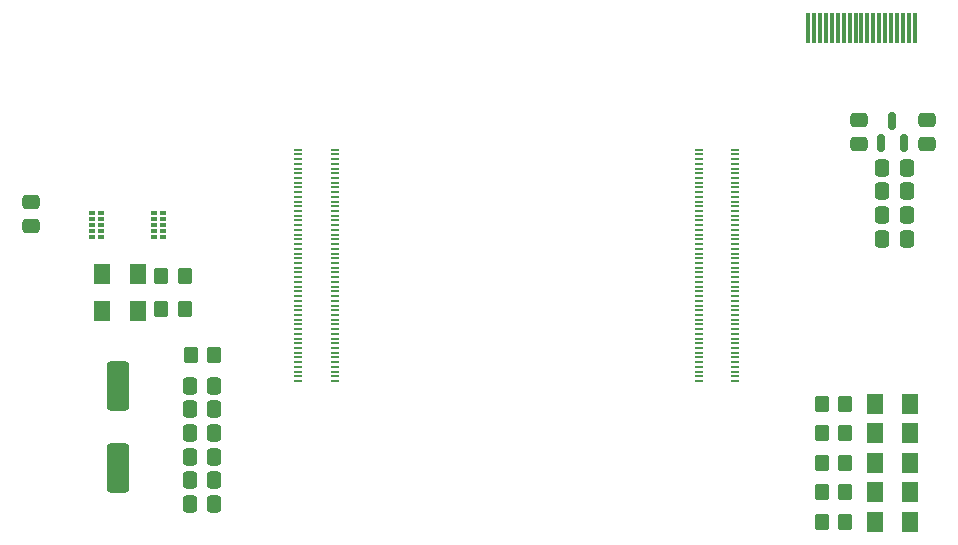
<source format=gbr>
%TF.GenerationSoftware,KiCad,Pcbnew,8.0.1*%
%TF.CreationDate,2024-06-09T20:13:55+02:00*%
%TF.ProjectId,daqIONA_CTRL,64617149-4f4e-4415-9f43-54524c2e6b69,rev?*%
%TF.SameCoordinates,Original*%
%TF.FileFunction,Paste,Top*%
%TF.FilePolarity,Positive*%
%FSLAX46Y46*%
G04 Gerber Fmt 4.6, Leading zero omitted, Abs format (unit mm)*
G04 Created by KiCad (PCBNEW 8.0.1) date 2024-06-09 20:13:55*
%MOMM*%
%LPD*%
G01*
G04 APERTURE LIST*
G04 Aperture macros list*
%AMRoundRect*
0 Rectangle with rounded corners*
0 $1 Rounding radius*
0 $2 $3 $4 $5 $6 $7 $8 $9 X,Y pos of 4 corners*
0 Add a 4 corners polygon primitive as box body*
4,1,4,$2,$3,$4,$5,$6,$7,$8,$9,$2,$3,0*
0 Add four circle primitives for the rounded corners*
1,1,$1+$1,$2,$3*
1,1,$1+$1,$4,$5*
1,1,$1+$1,$6,$7*
1,1,$1+$1,$8,$9*
0 Add four rect primitives between the rounded corners*
20,1,$1+$1,$2,$3,$4,$5,0*
20,1,$1+$1,$4,$5,$6,$7,0*
20,1,$1+$1,$6,$7,$8,$9,0*
20,1,$1+$1,$8,$9,$2,$3,0*%
G04 Aperture macros list end*
%ADD10RoundRect,0.250000X0.350000X0.450000X-0.350000X0.450000X-0.350000X-0.450000X0.350000X-0.450000X0*%
%ADD11RoundRect,0.250000X-0.475000X0.337500X-0.475000X-0.337500X0.475000X-0.337500X0.475000X0.337500X0*%
%ADD12RoundRect,0.250000X0.337500X0.475000X-0.337500X0.475000X-0.337500X-0.475000X0.337500X-0.475000X0*%
%ADD13RoundRect,0.075000X-0.200000X0.075000X-0.200000X-0.075000X0.200000X-0.075000X0.200000X0.075000X0*%
%ADD14RoundRect,0.250001X-0.462499X-0.624999X0.462499X-0.624999X0.462499X0.624999X-0.462499X0.624999X0*%
%ADD15R,0.700000X0.200000*%
%ADD16RoundRect,0.250000X0.475000X-0.337500X0.475000X0.337500X-0.475000X0.337500X-0.475000X-0.337500X0*%
%ADD17RoundRect,0.250000X0.700000X-1.825000X0.700000X1.825000X-0.700000X1.825000X-0.700000X-1.825000X0*%
%ADD18RoundRect,0.250000X-0.337500X-0.475000X0.337500X-0.475000X0.337500X0.475000X-0.337500X0.475000X0*%
%ADD19RoundRect,0.150000X0.150000X-0.587500X0.150000X0.587500X-0.150000X0.587500X-0.150000X-0.587500X0*%
%ADD20R,0.300000X2.600000*%
G04 APERTURE END LIST*
D10*
%TO.C,R83*%
X114260000Y-113250000D03*
X112260000Y-113250000D03*
%TD*%
D11*
%TO.C,C78*%
X101260000Y-106960000D03*
X101260000Y-109035000D03*
%TD*%
D12*
%TO.C,C77*%
X116760000Y-122560000D03*
X114685000Y-122560000D03*
%TD*%
D13*
%TO.C,U15*%
X111670000Y-107940000D03*
X111670000Y-108440000D03*
X111670000Y-108940000D03*
X111670000Y-109440000D03*
X111670000Y-109940000D03*
X112440000Y-109940000D03*
X112440000Y-109440000D03*
X112440000Y-108940000D03*
X112440000Y-108440000D03*
X112440000Y-107940000D03*
%TD*%
D10*
%TO.C,R80*%
X170160000Y-126560000D03*
X168160000Y-126560000D03*
%TD*%
D14*
%TO.C,D18*%
X107272500Y-113060000D03*
X110247500Y-113060000D03*
%TD*%
%TO.C,D16*%
X172672500Y-126560000D03*
X175647500Y-126560000D03*
%TD*%
D10*
%TO.C,R78*%
X170160000Y-131560000D03*
X168160000Y-131560000D03*
%TD*%
D12*
%TO.C,C71*%
X116760000Y-130560000D03*
X114685000Y-130560000D03*
%TD*%
D10*
%TO.C,R77*%
X170160000Y-134060000D03*
X168160000Y-134060000D03*
%TD*%
%TO.C,R84*%
X114260000Y-116050000D03*
X112260000Y-116050000D03*
%TD*%
%TO.C,R81*%
X170160000Y-129060000D03*
X168160000Y-129060000D03*
%TD*%
D12*
%TO.C,C76*%
X116760000Y-124560000D03*
X114685000Y-124560000D03*
%TD*%
D10*
%TO.C,R79*%
X170160000Y-124060000D03*
X168160000Y-124060000D03*
%TD*%
D15*
%TO.C,U17*%
X123860000Y-102560000D03*
X126940000Y-102560000D03*
X123860000Y-102960000D03*
X126940000Y-102960000D03*
X123860000Y-103360000D03*
X126940000Y-103360000D03*
X123860000Y-103760000D03*
X126940000Y-103760000D03*
X123860000Y-104160000D03*
X126940000Y-104160000D03*
X123860000Y-104560000D03*
X126940000Y-104560000D03*
X123860000Y-104960000D03*
X126940000Y-104960000D03*
X123860000Y-105360000D03*
X126940000Y-105360000D03*
X123860000Y-105760000D03*
X126940000Y-105760000D03*
X123860000Y-106160000D03*
X126940000Y-106160000D03*
X123860000Y-106560000D03*
X126940000Y-106560000D03*
X123860000Y-106960000D03*
X126940000Y-106960000D03*
X123860000Y-107360000D03*
X126940000Y-107360000D03*
X123860000Y-107760000D03*
X126940000Y-107760000D03*
X123860000Y-108160000D03*
X126940000Y-108160000D03*
X123860000Y-108560000D03*
X126940000Y-108560000D03*
X123860000Y-108960000D03*
X126940000Y-108960000D03*
X123860000Y-109360000D03*
X126940000Y-109360000D03*
X123860000Y-109760000D03*
X126940000Y-109760000D03*
X123860000Y-110160000D03*
X126940000Y-110160000D03*
X123860000Y-110560000D03*
X126940000Y-110560000D03*
X123860000Y-110960000D03*
X126940000Y-110960000D03*
X123860000Y-111360000D03*
X126940000Y-111360000D03*
X123860000Y-111760000D03*
X126940000Y-111760000D03*
X123860000Y-112160000D03*
X126940000Y-112160000D03*
X123860000Y-112560000D03*
X126940000Y-112560000D03*
X123860000Y-112960000D03*
X126940000Y-112960000D03*
X123860000Y-113360000D03*
X126940000Y-113360000D03*
X123860000Y-113760000D03*
X126940000Y-113760000D03*
X123860000Y-114160000D03*
X126940000Y-114160000D03*
X123860000Y-114560000D03*
X126940000Y-114560000D03*
X123860000Y-114960000D03*
X126940000Y-114960000D03*
X123860000Y-115360000D03*
X126940000Y-115360000D03*
X123860000Y-115760000D03*
X126940000Y-115760000D03*
X123860000Y-116160000D03*
X126940000Y-116160000D03*
X123860000Y-116560000D03*
X126940000Y-116560000D03*
X123860000Y-116960000D03*
X126940000Y-116960000D03*
X123860000Y-117360000D03*
X126940000Y-117360000D03*
X123860000Y-117760000D03*
X126940000Y-117760000D03*
X123860000Y-118160000D03*
X126940000Y-118160000D03*
X123860000Y-118560000D03*
X126940000Y-118560000D03*
X123860000Y-118960000D03*
X126940000Y-118960000D03*
X123860000Y-119360000D03*
X126940000Y-119360000D03*
X123860000Y-119760000D03*
X126940000Y-119760000D03*
X123860000Y-120160000D03*
X126940000Y-120160000D03*
X123860000Y-120560000D03*
X126940000Y-120560000D03*
X123860000Y-120960000D03*
X126940000Y-120960000D03*
X123860000Y-121360000D03*
X126940000Y-121360000D03*
X123860000Y-121760000D03*
X126940000Y-121760000D03*
X123860000Y-122160000D03*
X126940000Y-122160000D03*
X157780000Y-102560000D03*
X160860000Y-102560000D03*
X157780000Y-102960000D03*
X160860000Y-102960000D03*
X157780000Y-103360000D03*
X160860000Y-103360000D03*
X157780000Y-103760000D03*
X160860000Y-103760000D03*
X157780000Y-104160000D03*
X160860000Y-104160000D03*
X157780000Y-104560000D03*
X160860000Y-104560000D03*
X157780000Y-104960000D03*
X160860000Y-104960000D03*
X157780000Y-105360000D03*
X160860000Y-105360000D03*
X157780000Y-105760000D03*
X160860000Y-105760000D03*
X157780000Y-106160000D03*
X160860000Y-106160000D03*
X157780000Y-106560000D03*
X160860000Y-106560000D03*
X157780000Y-106960000D03*
X160860000Y-106960000D03*
X157780000Y-107360000D03*
X160860000Y-107360000D03*
X157780000Y-107760000D03*
X160860000Y-107760000D03*
X157780000Y-108160000D03*
X160860000Y-108160000D03*
X157780000Y-108560000D03*
X160860000Y-108560000D03*
X157780000Y-108960000D03*
X160860000Y-108960000D03*
X157780000Y-109360000D03*
X160860000Y-109360000D03*
X157780000Y-109760000D03*
X160860000Y-109760000D03*
X157780000Y-110160000D03*
X160860000Y-110160000D03*
X157780000Y-110560000D03*
X160860000Y-110560000D03*
X157780000Y-110960000D03*
X160860000Y-110960000D03*
X157780000Y-111360000D03*
X160860000Y-111360000D03*
X157780000Y-111760000D03*
X160860000Y-111760000D03*
X157780000Y-112160000D03*
X160860000Y-112160000D03*
X157780000Y-112560000D03*
X160860000Y-112560000D03*
X157780000Y-112960000D03*
X160860000Y-112960000D03*
X157780000Y-113360000D03*
X160860000Y-113360000D03*
X157780000Y-113760000D03*
X160860000Y-113760000D03*
X157780000Y-114160000D03*
X160860000Y-114160000D03*
X157780000Y-114560000D03*
X160860000Y-114560000D03*
X157780000Y-114960000D03*
X160860000Y-114960000D03*
X157780000Y-115360000D03*
X160860000Y-115360000D03*
X157780000Y-115760000D03*
X160860000Y-115760000D03*
X157780000Y-116160000D03*
X160860000Y-116160000D03*
X157780000Y-116560000D03*
X160860000Y-116560000D03*
X157780000Y-116960000D03*
X160860000Y-116960000D03*
X157780000Y-117360000D03*
X160860000Y-117360000D03*
X157780000Y-117760000D03*
X160860000Y-117760000D03*
X157780000Y-118160000D03*
X160860000Y-118160000D03*
X157780000Y-118560000D03*
X160860000Y-118560000D03*
X157780000Y-118960000D03*
X160860000Y-118960000D03*
X157780000Y-119360000D03*
X160860000Y-119360000D03*
X157780000Y-119760000D03*
X160860000Y-119760000D03*
X157780000Y-120160000D03*
X160860000Y-120160000D03*
X157780000Y-120560000D03*
X160860000Y-120560000D03*
X157780000Y-120960000D03*
X160860000Y-120960000D03*
X157780000Y-121360000D03*
X160860000Y-121360000D03*
X157780000Y-121760000D03*
X160860000Y-121760000D03*
X157780000Y-122160000D03*
X160860000Y-122160000D03*
%TD*%
D16*
%TO.C,C80*%
X177060000Y-102097500D03*
X177060000Y-100022500D03*
%TD*%
D13*
%TO.C,U16*%
X106397500Y-107952500D03*
X106397500Y-108452500D03*
X106397500Y-108952500D03*
X106397500Y-109452500D03*
X106397500Y-109952500D03*
X107167500Y-109952500D03*
X107167500Y-109452500D03*
X107167500Y-108952500D03*
X107167500Y-108452500D03*
X107167500Y-107952500D03*
%TD*%
D12*
%TO.C,C72*%
X116760000Y-128560000D03*
X114685000Y-128560000D03*
%TD*%
D17*
%TO.C,C67*%
X108610000Y-129535000D03*
X108610000Y-122585000D03*
%TD*%
D18*
%TO.C,C69*%
X173292500Y-106090000D03*
X175367500Y-106090000D03*
%TD*%
D14*
%TO.C,D14*%
X172672500Y-131560000D03*
X175647500Y-131560000D03*
%TD*%
%TO.C,D19*%
X107272500Y-116250000D03*
X110247500Y-116250000D03*
%TD*%
D18*
%TO.C,C74*%
X173292500Y-108090000D03*
X175367500Y-108090000D03*
%TD*%
D14*
%TO.C,D17*%
X172672500Y-129060000D03*
X175647500Y-129060000D03*
%TD*%
D19*
%TO.C,U19*%
X173210000Y-101997500D03*
X175110000Y-101997500D03*
X174160000Y-100122500D03*
%TD*%
D18*
%TO.C,C75*%
X173292500Y-110090000D03*
X175367500Y-110090000D03*
%TD*%
D12*
%TO.C,C73*%
X116760000Y-126560000D03*
X114685000Y-126560000D03*
%TD*%
D10*
%TO.C,R82*%
X116760000Y-119960000D03*
X114760000Y-119960000D03*
%TD*%
D14*
%TO.C,D13*%
X172672500Y-134060000D03*
X175647500Y-134060000D03*
%TD*%
D12*
%TO.C,C70*%
X116760000Y-132560000D03*
X114685000Y-132560000D03*
%TD*%
D18*
%TO.C,C68*%
X173292500Y-104090000D03*
X175367500Y-104090000D03*
%TD*%
D16*
%TO.C,C79*%
X171360000Y-102097500D03*
X171360000Y-100022500D03*
%TD*%
D20*
%TO.C,J12*%
X167040000Y-92250000D03*
X167540000Y-92250000D03*
X168040000Y-92250000D03*
X168540000Y-92250000D03*
X169040000Y-92250000D03*
X169540000Y-92250000D03*
X170040000Y-92250000D03*
X170540000Y-92250000D03*
X171040000Y-92250000D03*
X171540000Y-92250000D03*
X172040000Y-92250000D03*
X172540000Y-92250000D03*
X173040000Y-92250000D03*
X173540000Y-92250000D03*
X174040000Y-92250000D03*
X174540000Y-92250000D03*
X175040000Y-92250000D03*
X175540000Y-92250000D03*
X176040000Y-92250000D03*
%TD*%
D14*
%TO.C,D15*%
X172672500Y-124060000D03*
X175647500Y-124060000D03*
%TD*%
M02*

</source>
